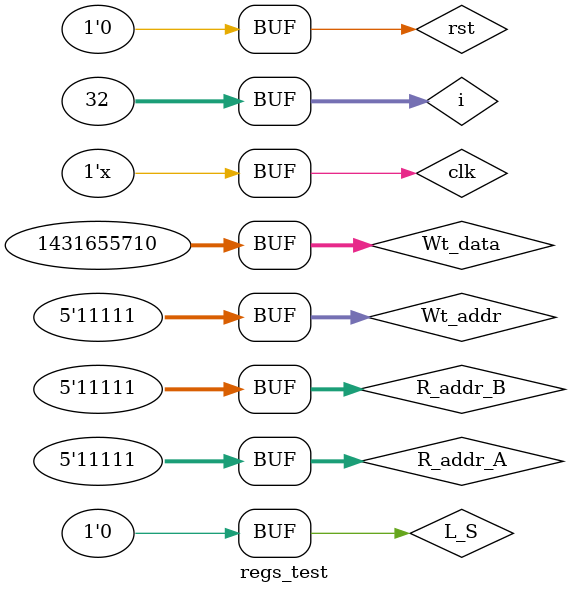
<source format=v>
`timescale 1ns / 1ps


module regs_test;

	// Inputs
	reg clk;
	reg rst;
	reg L_S;
	reg [4:0] R_addr_A;
	reg [4:0] R_addr_B;
	reg [4:0] Wt_addr;
	reg [31:0] Wt_data;

	// Outputs
	wire [31:0] rdata_A;
	wire [31:0] rdata_B;

	// Instantiate the Unit Under Test (UUT)
	regs uut (
		.clk(clk), 
		.rst(rst), 
		.L_S(L_S), 
		.R_addr_A(R_addr_A), 
		.R_addr_B(R_addr_B), 
		.Wt_addr(Wt_addr), 
		.Wt_data(Wt_data), 
		.rdata_A(rdata_A), 
		.rdata_B(rdata_B)
	);
integer i;

always #20 clk <= ~clk;
initial begin
rst<=1;
L_S<=0;
clk<=0;
for(i=0;i<32;i=i+2)
begin
Wt_addr <= i;
R_addr_A<=i;
R_addr_B<=i;
Wt_data<=32'hAAAAAA00+i;
#10;L_S<=1;
rst<=0;
#15;L_S<=0;
#5;
Wt_addr<=i+1;
R_addr_A<=i+1;
R_addr_B<=i+1;
Wt_data<=32'h55555500+i;
#20;L_S<=1;
#15;L_S<=0;
#15;
end
L_S=0;
for(i=0;i<32;i=i+1)
begin
#30 Wt_addr<=i;
R_addr_A<=i;
R_addr_B<=i;
end
end

endmodule


</source>
